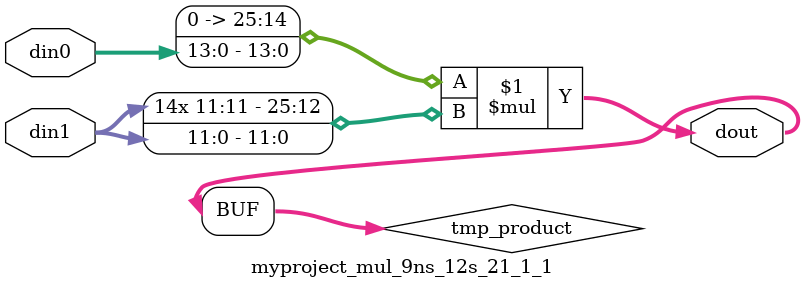
<source format=v>

`timescale 1 ns / 1 ps

 module myproject_mul_9ns_12s_21_1_1(din0, din1, dout);
parameter ID = 1;
parameter NUM_STAGE = 0;
parameter din0_WIDTH = 14;
parameter din1_WIDTH = 12;
parameter dout_WIDTH = 26;

input [din0_WIDTH - 1 : 0] din0; 
input [din1_WIDTH - 1 : 0] din1; 
output [dout_WIDTH - 1 : 0] dout;

wire signed [dout_WIDTH - 1 : 0] tmp_product;

























assign tmp_product = $signed({1'b0, din0}) * $signed(din1);










assign dout = tmp_product;





















endmodule

</source>
